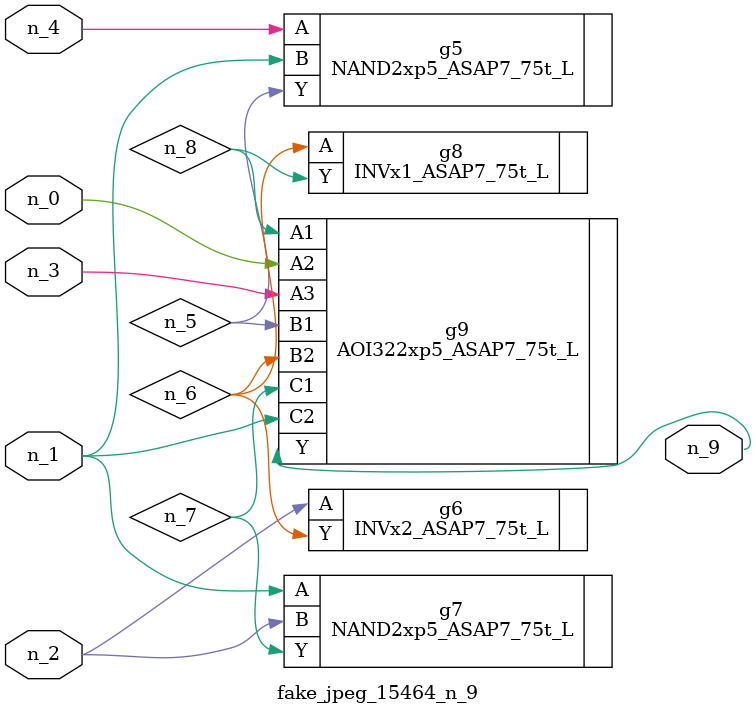
<source format=v>
module fake_jpeg_15464_n_9 (n_3, n_2, n_1, n_0, n_4, n_9);

input n_3;
input n_2;
input n_1;
input n_0;
input n_4;

output n_9;

wire n_8;
wire n_6;
wire n_5;
wire n_7;

NAND2xp5_ASAP7_75t_L g5 ( 
.A(n_4),
.B(n_1),
.Y(n_5)
);

INVx2_ASAP7_75t_L g6 ( 
.A(n_2),
.Y(n_6)
);

NAND2xp5_ASAP7_75t_L g7 ( 
.A(n_1),
.B(n_2),
.Y(n_7)
);

INVx1_ASAP7_75t_L g8 ( 
.A(n_6),
.Y(n_8)
);

AOI322xp5_ASAP7_75t_L g9 ( 
.A1(n_8),
.A2(n_0),
.A3(n_3),
.B1(n_5),
.B2(n_6),
.C1(n_7),
.C2(n_1),
.Y(n_9)
);


endmodule
</source>
